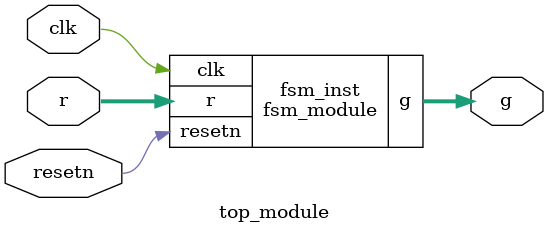
<source format=sv>
module fsm_module (
    input clk,
    input resetn,
    input [2:0] r,
    output [2:0] g
);
 
    // Define states
    localparam A = 3'b000;
    localparam B = 3'b001;
    localparam C = 3'b010;
    localparam D = 3'b011;
 
    // Define state register
    reg [2:0] state_reg;
    reg [2:0] state_next;
 
    // Define output register
    reg [2:0] g_reg;
 
    // Define combinational logic for next state and outputs
    always @ (state_reg or r) begin
        case (state_reg)
            A: begin
                case (r)
                    3'b000: begin
                        state_next = A;
                        g_reg = 3'b000;
                    end
 
                    3'b001: begin
                        state_next = B;
                        g_reg = 3'b001;
                    end
 
                    3'b010: begin
                        state_next = C;
                        g_reg = 3'b000;
                    end
 
                    3'b011: begin
                        state_next = D;
                        g_reg = 3'b000;
                    end
                endcase
            end
 
            B: begin
                case (r)
                    3'b000: begin
                        state_next = A;
                        g_reg = 3'b000;
                    end
 
                    3'b001: begin
                        state_next = B;
                        g_reg = 3'b001;
                    end
 
                    3'b010: begin
                        state_next = C;
                        g_reg = 3'b000;
                    end
 
                    3'b011: begin
                        state_next = D;
                        g_reg = 3'b000;
                    end
                endcase
            end
 
            C: begin
                case (r)
                    3'b000: begin
                        state_next = A;
                        g_reg = 3'b000;
                    end
 
                    3'b001: begin
                        state_next = B;
                        g_reg = 3'b001;
                    end
 
                    3'b010: begin
                        state_next = C;
                        g_reg = 3'b010;
                    end
 
                    3'b011: begin
                        state_next = D;
                        g_reg = 3'b000;
                    end
                endcase
            end
 
            D: begin
                case (r)
                    3'b000: begin
                        state_next = A;
                        g_reg = 3'b000;
                    end
 
                    3'b001: begin
                        state_next = B;
                        g_reg = 3'b001;
                    end
 
                    3'b010: begin
                        state_next = C;
                        g_reg = 3'b010;
                    end
 
                    3'b011: begin
                        state_next = D;
                        g_reg = 3'b011;
                    end
                endcase
            end
        endcase
    end
 
    // Define synchronous state update
    always @ (posedge clk or negedge resetn) begin
        if (~resetn) begin
            state_reg <= A;
        end else begin
            state_reg <= state_next;
        end
    end
 
    // Assign outputs
    assign g = g_reg;
 
endmodule
module top_module (
    input clk,
    input resetn,
    input [3:1] r,
    output [3:1] g
);
 
    // Instantiate the FSM
    fsm_module fsm_inst (
        .clk(clk),
        .resetn(resetn),
        .r(r),
        .g(g)
    );
 
endmodule

</source>
